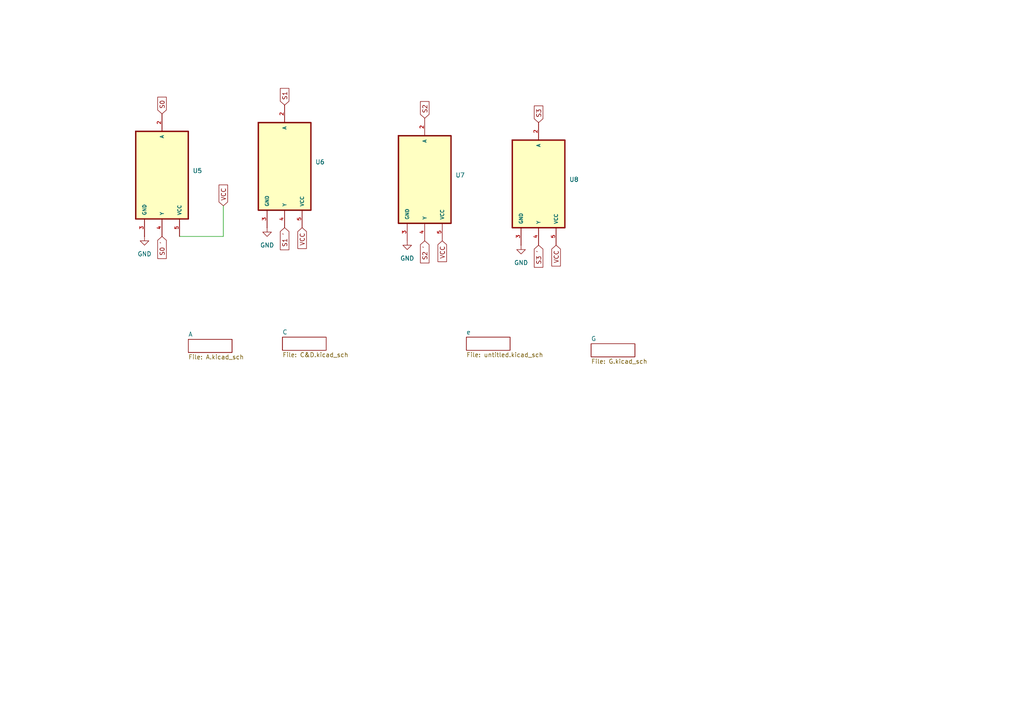
<source format=kicad_sch>
(kicad_sch
	(version 20231120)
	(generator "eeschema")
	(generator_version "8.0")
	(uuid "d725a53c-cf8a-4e67-b35b-03c6e3387030")
	(paper "A4")
	(lib_symbols
		(symbol "1 INPUT INVERTER:SN74LVC1G14DCKR"
			(pin_names
				(offset 1.016)
			)
			(exclude_from_sim no)
			(in_bom yes)
			(on_board yes)
			(property "Reference" "U"
				(at -12.7 8.62 0)
				(effects
					(font
						(size 1.27 1.27)
					)
					(justify left bottom)
				)
			)
			(property "Value" "SN74LVC1G14DCKR"
				(at -12.7 -11.62 0)
				(effects
					(font
						(size 1.27 1.27)
					)
					(justify left bottom)
				)
			)
			(property "Footprint" "SN74LVC1G14DCKR:SOT65P210X110-5N"
				(at 0 0 0)
				(effects
					(font
						(size 1.27 1.27)
					)
					(justify bottom)
					(hide yes)
				)
			)
			(property "Datasheet" ""
				(at 0 0 0)
				(effects
					(font
						(size 1.27 1.27)
					)
					(hide yes)
				)
			)
			(property "Description" ""
				(at 0 0 0)
				(effects
					(font
						(size 1.27 1.27)
					)
					(hide yes)
				)
			)
			(symbol "SN74LVC1G14DCKR_0_0"
				(rectangle
					(start -12.7 -7.62)
					(end 12.7 7.62)
					(stroke
						(width 0.41)
						(type default)
					)
					(fill
						(type background)
					)
				)
				(pin input line
					(at -17.78 0 0)
					(length 5.08)
					(name "A"
						(effects
							(font
								(size 1.016 1.016)
							)
						)
					)
					(number "2"
						(effects
							(font
								(size 1.016 1.016)
							)
						)
					)
				)
				(pin power_in line
					(at 17.78 -5.08 180)
					(length 5.08)
					(name "GND"
						(effects
							(font
								(size 1.016 1.016)
							)
						)
					)
					(number "3"
						(effects
							(font
								(size 1.016 1.016)
							)
						)
					)
				)
				(pin output line
					(at 17.78 0 180)
					(length 5.08)
					(name "Y"
						(effects
							(font
								(size 1.016 1.016)
							)
						)
					)
					(number "4"
						(effects
							(font
								(size 1.016 1.016)
							)
						)
					)
				)
				(pin power_in line
					(at 17.78 5.08 180)
					(length 5.08)
					(name "VCC"
						(effects
							(font
								(size 1.016 1.016)
							)
						)
					)
					(number "5"
						(effects
							(font
								(size 1.016 1.016)
							)
						)
					)
				)
			)
		)
		(symbol "power:GND"
			(power)
			(pin_numbers hide)
			(pin_names
				(offset 0) hide)
			(exclude_from_sim no)
			(in_bom yes)
			(on_board yes)
			(property "Reference" "#PWR"
				(at 0 -6.35 0)
				(effects
					(font
						(size 1.27 1.27)
					)
					(hide yes)
				)
			)
			(property "Value" "GND"
				(at 0 -3.81 0)
				(effects
					(font
						(size 1.27 1.27)
					)
				)
			)
			(property "Footprint" ""
				(at 0 0 0)
				(effects
					(font
						(size 1.27 1.27)
					)
					(hide yes)
				)
			)
			(property "Datasheet" ""
				(at 0 0 0)
				(effects
					(font
						(size 1.27 1.27)
					)
					(hide yes)
				)
			)
			(property "Description" "Power symbol creates a global label with name \"GND\" , ground"
				(at 0 0 0)
				(effects
					(font
						(size 1.27 1.27)
					)
					(hide yes)
				)
			)
			(property "ki_keywords" "global power"
				(at 0 0 0)
				(effects
					(font
						(size 1.27 1.27)
					)
					(hide yes)
				)
			)
			(symbol "GND_0_1"
				(polyline
					(pts
						(xy 0 0) (xy 0 -1.27) (xy 1.27 -1.27) (xy 0 -2.54) (xy -1.27 -1.27) (xy 0 -1.27)
					)
					(stroke
						(width 0)
						(type default)
					)
					(fill
						(type none)
					)
				)
			)
			(symbol "GND_1_1"
				(pin power_in line
					(at 0 0 270)
					(length 0)
					(name "~"
						(effects
							(font
								(size 1.27 1.27)
							)
						)
					)
					(number "1"
						(effects
							(font
								(size 1.27 1.27)
							)
						)
					)
				)
			)
		)
	)
	(wire
		(pts
			(xy 52.07 68.58) (xy 64.77 68.58)
		)
		(stroke
			(width 0)
			(type default)
		)
		(uuid "538d6f17-e075-4cd7-b93f-ce251862b33f")
	)
	(wire
		(pts
			(xy 64.77 59.69) (xy 64.77 68.58)
		)
		(stroke
			(width 0)
			(type default)
		)
		(uuid "de1cef40-963c-4398-9fa7-914dfd476832")
	)
	(global_label "S2"
		(shape input)
		(at 123.19 34.29 90)
		(fields_autoplaced yes)
		(effects
			(font
				(size 1.27 1.27)
			)
			(justify left)
		)
		(uuid "34598116-3a99-4c52-be41-589ed78956ed")
		(property "Intersheetrefs" "${INTERSHEET_REFS}"
			(at 123.19 28.8858 90)
			(effects
				(font
					(size 1.27 1.27)
				)
				(justify left)
				(hide yes)
			)
		)
	)
	(global_label "S2 '"
		(shape input)
		(at 123.19 69.85 270)
		(fields_autoplaced yes)
		(effects
			(font
				(size 1.27 1.27)
			)
			(justify right)
		)
		(uuid "57cf04e2-b109-4c2e-bb6b-707c983e9153")
		(property "Intersheetrefs" "${INTERSHEET_REFS}"
			(at 123.19 76.8266 90)
			(effects
				(font
					(size 1.27 1.27)
				)
				(justify right)
				(hide yes)
			)
		)
	)
	(global_label "VCC"
		(shape input)
		(at 161.29 71.12 270)
		(fields_autoplaced yes)
		(effects
			(font
				(size 1.27 1.27)
			)
			(justify right)
		)
		(uuid "5fc855d3-379d-4e31-8658-69bff4de694b")
		(property "Intersheetrefs" "${INTERSHEET_REFS}"
			(at 161.29 77.7338 90)
			(effects
				(font
					(size 1.27 1.27)
				)
				(justify right)
				(hide yes)
			)
		)
	)
	(global_label "S0"
		(shape input)
		(at 46.99 33.02 90)
		(fields_autoplaced yes)
		(effects
			(font
				(size 1.27 1.27)
			)
			(justify left)
		)
		(uuid "6f3592e0-8021-49aa-bf47-e197cab636ee")
		(property "Intersheetrefs" "${INTERSHEET_REFS}"
			(at 46.99 27.6158 90)
			(effects
				(font
					(size 1.27 1.27)
				)
				(justify left)
				(hide yes)
			)
		)
	)
	(global_label "VCC"
		(shape input)
		(at 87.63 66.04 270)
		(fields_autoplaced yes)
		(effects
			(font
				(size 1.27 1.27)
			)
			(justify right)
		)
		(uuid "8cf9eac6-e7f2-498e-903d-f0f8f14de2e6")
		(property "Intersheetrefs" "${INTERSHEET_REFS}"
			(at 87.63 72.6538 90)
			(effects
				(font
					(size 1.27 1.27)
				)
				(justify right)
				(hide yes)
			)
		)
	)
	(global_label "S1 '"
		(shape input)
		(at 82.55 66.04 270)
		(fields_autoplaced yes)
		(effects
			(font
				(size 1.27 1.27)
			)
			(justify right)
		)
		(uuid "929987ca-67f5-4500-a975-ff9f942c1278")
		(property "Intersheetrefs" "${INTERSHEET_REFS}"
			(at 82.55 73.0166 90)
			(effects
				(font
					(size 1.27 1.27)
				)
				(justify right)
				(hide yes)
			)
		)
	)
	(global_label "S0 '"
		(shape input)
		(at 46.99 68.58 270)
		(fields_autoplaced yes)
		(effects
			(font
				(size 1.27 1.27)
			)
			(justify right)
		)
		(uuid "a19705db-70fb-458f-8387-5957ef7501db")
		(property "Intersheetrefs" "${INTERSHEET_REFS}"
			(at 46.99 75.5566 90)
			(effects
				(font
					(size 1.27 1.27)
				)
				(justify right)
				(hide yes)
			)
		)
	)
	(global_label "S3"
		(shape input)
		(at 156.21 35.56 90)
		(fields_autoplaced yes)
		(effects
			(font
				(size 1.27 1.27)
			)
			(justify left)
		)
		(uuid "b879ea9a-c2ae-426d-bd67-9513dbfa0a8c")
		(property "Intersheetrefs" "${INTERSHEET_REFS}"
			(at 156.21 30.1558 90)
			(effects
				(font
					(size 1.27 1.27)
				)
				(justify left)
				(hide yes)
			)
		)
	)
	(global_label "S1"
		(shape input)
		(at 82.55 30.48 90)
		(fields_autoplaced yes)
		(effects
			(font
				(size 1.27 1.27)
			)
			(justify left)
		)
		(uuid "b967e04b-d1a9-4baa-a694-acad1a9334eb")
		(property "Intersheetrefs" "${INTERSHEET_REFS}"
			(at 82.55 25.0758 90)
			(effects
				(font
					(size 1.27 1.27)
				)
				(justify left)
				(hide yes)
			)
		)
	)
	(global_label "S3 '"
		(shape input)
		(at 156.21 71.12 270)
		(fields_autoplaced yes)
		(effects
			(font
				(size 1.27 1.27)
			)
			(justify right)
		)
		(uuid "c972ba38-afc1-42dc-ae4c-78dc646bcd8c")
		(property "Intersheetrefs" "${INTERSHEET_REFS}"
			(at 156.21 78.0966 90)
			(effects
				(font
					(size 1.27 1.27)
				)
				(justify right)
				(hide yes)
			)
		)
	)
	(global_label "VCC"
		(shape input)
		(at 128.27 69.85 270)
		(fields_autoplaced yes)
		(effects
			(font
				(size 1.27 1.27)
			)
			(justify right)
		)
		(uuid "f19493ce-c610-4692-97e9-6cd4da70320c")
		(property "Intersheetrefs" "${INTERSHEET_REFS}"
			(at 128.27 76.4638 90)
			(effects
				(font
					(size 1.27 1.27)
				)
				(justify right)
				(hide yes)
			)
		)
	)
	(global_label "VCC"
		(shape input)
		(at 64.77 59.69 90)
		(fields_autoplaced yes)
		(effects
			(font
				(size 1.27 1.27)
			)
			(justify left)
		)
		(uuid "f281ec85-e0fc-4ec8-a050-88e85576b0bc")
		(property "Intersheetrefs" "${INTERSHEET_REFS}"
			(at 64.77 53.0762 90)
			(effects
				(font
					(size 1.27 1.27)
				)
				(justify left)
				(hide yes)
			)
		)
	)
	(symbol
		(lib_id "1 INPUT INVERTER:SN74LVC1G14DCKR")
		(at 156.21 53.34 270)
		(unit 1)
		(exclude_from_sim no)
		(in_bom yes)
		(on_board yes)
		(dnp no)
		(fields_autoplaced yes)
		(uuid "011b661b-661d-4867-9ae9-24e41140c7bb")
		(property "Reference" "U8"
			(at 165.1 52.0699 90)
			(effects
				(font
					(size 1.27 1.27)
				)
				(justify left)
			)
		)
		(property "Value" "SN74LVC1G14DCKR"
			(at 165.1 54.6099 90)
			(effects
				(font
					(size 1.27 1.27)
				)
				(justify left)
				(hide yes)
			)
		)
		(property "Footprint" "LOGIC:1INPUT_NOTGATE"
			(at 156.21 53.34 0)
			(effects
				(font
					(size 1.27 1.27)
				)
				(justify bottom)
				(hide yes)
			)
		)
		(property "Datasheet" ""
			(at 156.21 53.34 0)
			(effects
				(font
					(size 1.27 1.27)
				)
				(hide yes)
			)
		)
		(property "Description" ""
			(at 156.21 53.34 0)
			(effects
				(font
					(size 1.27 1.27)
				)
				(hide yes)
			)
		)
		(pin "4"
			(uuid "1feec150-ab7f-435d-b824-5cedf1dde2fb")
		)
		(pin "5"
			(uuid "90c2b826-b445-4775-ac40-7ddf29d683d8")
		)
		(pin "2"
			(uuid "f23ffa65-40ef-4618-bcc4-07dc30932dd3")
		)
		(pin "3"
			(uuid "785a9f70-cd12-49e0-91bb-7e0ee033684b")
		)
		(instances
			(project "4 Bit - Seven Seg Interface"
				(path "/70a3617d-b021-4325-807b-315f214c30c6/4e9c5c47-d093-48d2-b1e1-f88fccd29d67"
					(reference "U8")
					(unit 1)
				)
			)
		)
	)
	(symbol
		(lib_id "1 INPUT INVERTER:SN74LVC1G14DCKR")
		(at 46.99 50.8 270)
		(unit 1)
		(exclude_from_sim no)
		(in_bom yes)
		(on_board yes)
		(dnp no)
		(fields_autoplaced yes)
		(uuid "2151a6c4-e7d5-4a48-a7dc-f92bccf2c979")
		(property "Reference" "U5"
			(at 55.88 49.5299 90)
			(effects
				(font
					(size 1.27 1.27)
				)
				(justify left)
			)
		)
		(property "Value" "SN74LVC1G14DCKR"
			(at 55.88 52.0699 90)
			(effects
				(font
					(size 1.27 1.27)
				)
				(justify left)
				(hide yes)
			)
		)
		(property "Footprint" "LOGIC:1INPUT_NOTGATE"
			(at 46.99 50.8 0)
			(effects
				(font
					(size 1.27 1.27)
				)
				(justify bottom)
				(hide yes)
			)
		)
		(property "Datasheet" ""
			(at 46.99 50.8 0)
			(effects
				(font
					(size 1.27 1.27)
				)
				(hide yes)
			)
		)
		(property "Description" ""
			(at 46.99 50.8 0)
			(effects
				(font
					(size 1.27 1.27)
				)
				(hide yes)
			)
		)
		(pin "4"
			(uuid "d01ca13d-9be0-4693-98d7-faf840c0438f")
		)
		(pin "5"
			(uuid "015496b0-96fa-4829-8022-b0c3db7a1350")
		)
		(pin "2"
			(uuid "3625d765-5a4f-428a-abf6-dad60e30467c")
		)
		(pin "3"
			(uuid "cbcde9f6-3c06-4dc1-8796-a01bc0d88370")
		)
		(instances
			(project "4 Bit - Seven Seg Interface"
				(path "/70a3617d-b021-4325-807b-315f214c30c6/4e9c5c47-d093-48d2-b1e1-f88fccd29d67"
					(reference "U5")
					(unit 1)
				)
			)
		)
	)
	(symbol
		(lib_id "power:GND")
		(at 77.47 66.04 0)
		(unit 1)
		(exclude_from_sim no)
		(in_bom yes)
		(on_board yes)
		(dnp no)
		(fields_autoplaced yes)
		(uuid "4ba2257f-291e-471c-b5fa-14e0c2d20225")
		(property "Reference" "#PWR041"
			(at 77.47 72.39 0)
			(effects
				(font
					(size 1.27 1.27)
				)
				(hide yes)
			)
		)
		(property "Value" "GND"
			(at 77.47 71.12 0)
			(effects
				(font
					(size 1.27 1.27)
				)
			)
		)
		(property "Footprint" ""
			(at 77.47 66.04 0)
			(effects
				(font
					(size 1.27 1.27)
				)
				(hide yes)
			)
		)
		(property "Datasheet" ""
			(at 77.47 66.04 0)
			(effects
				(font
					(size 1.27 1.27)
				)
				(hide yes)
			)
		)
		(property "Description" "Power symbol creates a global label with name \"GND\" , ground"
			(at 77.47 66.04 0)
			(effects
				(font
					(size 1.27 1.27)
				)
				(hide yes)
			)
		)
		(pin "1"
			(uuid "01d2963b-b27b-41e6-8a4e-d31a6fe4c68b")
		)
		(instances
			(project "4 Bit - Seven Seg Interface"
				(path "/70a3617d-b021-4325-807b-315f214c30c6/4e9c5c47-d093-48d2-b1e1-f88fccd29d67"
					(reference "#PWR041")
					(unit 1)
				)
			)
		)
	)
	(symbol
		(lib_id "1 INPUT INVERTER:SN74LVC1G14DCKR")
		(at 82.55 48.26 270)
		(unit 1)
		(exclude_from_sim no)
		(in_bom yes)
		(on_board yes)
		(dnp no)
		(fields_autoplaced yes)
		(uuid "6d08a2ff-0e86-4df0-8f3d-90b1291dc4f3")
		(property "Reference" "U6"
			(at 91.44 46.9899 90)
			(effects
				(font
					(size 1.27 1.27)
				)
				(justify left)
			)
		)
		(property "Value" "SN74LVC1G14DCKR"
			(at 91.44 49.5299 90)
			(effects
				(font
					(size 1.27 1.27)
				)
				(justify left)
				(hide yes)
			)
		)
		(property "Footprint" "LOGIC:1INPUT_NOTGATE"
			(at 82.55 48.26 0)
			(effects
				(font
					(size 1.27 1.27)
				)
				(justify bottom)
				(hide yes)
			)
		)
		(property "Datasheet" ""
			(at 82.55 48.26 0)
			(effects
				(font
					(size 1.27 1.27)
				)
				(hide yes)
			)
		)
		(property "Description" ""
			(at 82.55 48.26 0)
			(effects
				(font
					(size 1.27 1.27)
				)
				(hide yes)
			)
		)
		(pin "4"
			(uuid "3d8e56c6-e444-4cd1-8247-a9234d0e5499")
		)
		(pin "5"
			(uuid "734d4701-5aba-4b8f-a3fb-d71e0c60c725")
		)
		(pin "2"
			(uuid "5eeeb5c5-5810-4fdf-b2c3-f3a2ad099703")
		)
		(pin "3"
			(uuid "77575614-ed71-4bcc-a768-23d93305b6cb")
		)
		(instances
			(project "4 Bit - Seven Seg Interface"
				(path "/70a3617d-b021-4325-807b-315f214c30c6/4e9c5c47-d093-48d2-b1e1-f88fccd29d67"
					(reference "U6")
					(unit 1)
				)
			)
		)
	)
	(symbol
		(lib_id "1 INPUT INVERTER:SN74LVC1G14DCKR")
		(at 123.19 52.07 270)
		(unit 1)
		(exclude_from_sim no)
		(in_bom yes)
		(on_board yes)
		(dnp no)
		(fields_autoplaced yes)
		(uuid "9f65be08-a9a0-498e-8c01-deed707ec08d")
		(property "Reference" "U7"
			(at 132.08 50.7999 90)
			(effects
				(font
					(size 1.27 1.27)
				)
				(justify left)
			)
		)
		(property "Value" "SN74LVC1G14DCKR"
			(at 132.08 53.3399 90)
			(effects
				(font
					(size 1.27 1.27)
				)
				(justify left)
				(hide yes)
			)
		)
		(property "Footprint" "LOGIC:1INPUT_NOTGATE"
			(at 123.19 52.07 0)
			(effects
				(font
					(size 1.27 1.27)
				)
				(justify bottom)
				(hide yes)
			)
		)
		(property "Datasheet" ""
			(at 123.19 52.07 0)
			(effects
				(font
					(size 1.27 1.27)
				)
				(hide yes)
			)
		)
		(property "Description" ""
			(at 123.19 52.07 0)
			(effects
				(font
					(size 1.27 1.27)
				)
				(hide yes)
			)
		)
		(pin "4"
			(uuid "ad2ce17b-3324-4f7a-8e01-d1d43621fd09")
		)
		(pin "5"
			(uuid "11bac583-12ed-4e20-815a-b068858653c2")
		)
		(pin "2"
			(uuid "21e3d7c3-4cbc-4a4a-89b9-b67e014caeea")
		)
		(pin "3"
			(uuid "e15bd742-298b-4c50-b3ed-7e9c065cbf42")
		)
		(instances
			(project "4 Bit - Seven Seg Interface"
				(path "/70a3617d-b021-4325-807b-315f214c30c6/4e9c5c47-d093-48d2-b1e1-f88fccd29d67"
					(reference "U7")
					(unit 1)
				)
			)
		)
	)
	(symbol
		(lib_id "power:GND")
		(at 151.13 71.12 0)
		(unit 1)
		(exclude_from_sim no)
		(in_bom yes)
		(on_board yes)
		(dnp no)
		(fields_autoplaced yes)
		(uuid "c76d3d3f-a6a2-4dd0-a3f2-91710b2dcb8d")
		(property "Reference" "#PWR043"
			(at 151.13 77.47 0)
			(effects
				(font
					(size 1.27 1.27)
				)
				(hide yes)
			)
		)
		(property "Value" "GND"
			(at 151.13 76.2 0)
			(effects
				(font
					(size 1.27 1.27)
				)
			)
		)
		(property "Footprint" ""
			(at 151.13 71.12 0)
			(effects
				(font
					(size 1.27 1.27)
				)
				(hide yes)
			)
		)
		(property "Datasheet" ""
			(at 151.13 71.12 0)
			(effects
				(font
					(size 1.27 1.27)
				)
				(hide yes)
			)
		)
		(property "Description" "Power symbol creates a global label with name \"GND\" , ground"
			(at 151.13 71.12 0)
			(effects
				(font
					(size 1.27 1.27)
				)
				(hide yes)
			)
		)
		(pin "1"
			(uuid "dfada136-007e-43ad-a8b0-552086e764d1")
		)
		(instances
			(project "4 Bit - Seven Seg Interface"
				(path "/70a3617d-b021-4325-807b-315f214c30c6/4e9c5c47-d093-48d2-b1e1-f88fccd29d67"
					(reference "#PWR043")
					(unit 1)
				)
			)
		)
	)
	(symbol
		(lib_id "power:GND")
		(at 41.91 68.58 0)
		(unit 1)
		(exclude_from_sim no)
		(in_bom yes)
		(on_board yes)
		(dnp no)
		(fields_autoplaced yes)
		(uuid "e4827b32-9023-4485-ace3-69c04ffb5b70")
		(property "Reference" "#PWR044"
			(at 41.91 74.93 0)
			(effects
				(font
					(size 1.27 1.27)
				)
				(hide yes)
			)
		)
		(property "Value" "GND"
			(at 41.91 73.66 0)
			(effects
				(font
					(size 1.27 1.27)
				)
			)
		)
		(property "Footprint" ""
			(at 41.91 68.58 0)
			(effects
				(font
					(size 1.27 1.27)
				)
				(hide yes)
			)
		)
		(property "Datasheet" ""
			(at 41.91 68.58 0)
			(effects
				(font
					(size 1.27 1.27)
				)
				(hide yes)
			)
		)
		(property "Description" "Power symbol creates a global label with name \"GND\" , ground"
			(at 41.91 68.58 0)
			(effects
				(font
					(size 1.27 1.27)
				)
				(hide yes)
			)
		)
		(pin "1"
			(uuid "3619033b-a8eb-473d-87e6-f09454319906")
		)
		(instances
			(project "4 Bit - Seven Seg Interface"
				(path "/70a3617d-b021-4325-807b-315f214c30c6/4e9c5c47-d093-48d2-b1e1-f88fccd29d67"
					(reference "#PWR044")
					(unit 1)
				)
			)
		)
	)
	(symbol
		(lib_id "power:GND")
		(at 118.11 69.85 0)
		(unit 1)
		(exclude_from_sim no)
		(in_bom yes)
		(on_board yes)
		(dnp no)
		(fields_autoplaced yes)
		(uuid "fd78fef8-0b43-4c49-9be4-dc0f10a7733f")
		(property "Reference" "#PWR042"
			(at 118.11 76.2 0)
			(effects
				(font
					(size 1.27 1.27)
				)
				(hide yes)
			)
		)
		(property "Value" "GND"
			(at 118.11 74.93 0)
			(effects
				(font
					(size 1.27 1.27)
				)
			)
		)
		(property "Footprint" ""
			(at 118.11 69.85 0)
			(effects
				(font
					(size 1.27 1.27)
				)
				(hide yes)
			)
		)
		(property "Datasheet" ""
			(at 118.11 69.85 0)
			(effects
				(font
					(size 1.27 1.27)
				)
				(hide yes)
			)
		)
		(property "Description" "Power symbol creates a global label with name \"GND\" , ground"
			(at 118.11 69.85 0)
			(effects
				(font
					(size 1.27 1.27)
				)
				(hide yes)
			)
		)
		(pin "1"
			(uuid "fbc73284-92da-47e0-b9ba-97c1eccfee50")
		)
		(instances
			(project "4 Bit - Seven Seg Interface"
				(path "/70a3617d-b021-4325-807b-315f214c30c6/4e9c5c47-d093-48d2-b1e1-f88fccd29d67"
					(reference "#PWR042")
					(unit 1)
				)
			)
		)
	)
	(sheet
		(at 81.915 97.79)
		(size 12.7 3.81)
		(fields_autoplaced yes)
		(stroke
			(width 0.1524)
			(type solid)
		)
		(fill
			(color 0 0 0 0.0000)
		)
		(uuid "017498f7-204a-4187-ba65-103ee524f401")
		(property "Sheetname" "C"
			(at 81.915 97.0784 0)
			(effects
				(font
					(size 1.27 1.27)
				)
				(justify left bottom)
			)
		)
		(property "Sheetfile" "C&D.kicad_sch"
			(at 81.915 102.1846 0)
			(effects
				(font
					(size 1.27 1.27)
				)
				(justify left top)
			)
		)
		(instances
			(project "4 Bit - Seven Seg Interface"
				(path "/70a3617d-b021-4325-807b-315f214c30c6/4e9c5c47-d093-48d2-b1e1-f88fccd29d67"
					(page "8")
				)
			)
		)
	)
	(sheet
		(at 171.45 99.695)
		(size 12.7 3.81)
		(fields_autoplaced yes)
		(stroke
			(width 0.1524)
			(type solid)
		)
		(fill
			(color 0 0 0 0.0000)
		)
		(uuid "85a8d2cd-0473-4ff8-bf9f-703b083748e3")
		(property "Sheetname" "G"
			(at 171.45 98.9834 0)
			(effects
				(font
					(size 1.27 1.27)
				)
				(justify left bottom)
			)
		)
		(property "Sheetfile" "G.kicad_sch"
			(at 171.45 104.0896 0)
			(effects
				(font
					(size 1.27 1.27)
				)
				(justify left top)
			)
		)
		(instances
			(project "4 Bit - Seven Seg Interface"
				(path "/70a3617d-b021-4325-807b-315f214c30c6/4e9c5c47-d093-48d2-b1e1-f88fccd29d67"
					(page "10")
				)
			)
		)
	)
	(sheet
		(at 54.61 98.425)
		(size 12.7 3.81)
		(fields_autoplaced yes)
		(stroke
			(width 0.1524)
			(type solid)
		)
		(fill
			(color 0 0 0 0.0000)
		)
		(uuid "9fa58092-2f4a-48f7-a14a-91aefc5701eb")
		(property "Sheetname" "A"
			(at 54.61 97.7134 0)
			(effects
				(font
					(size 1.27 1.27)
				)
				(justify left bottom)
			)
		)
		(property "Sheetfile" "A.kicad_sch"
			(at 54.61 102.8196 0)
			(effects
				(font
					(size 1.27 1.27)
				)
				(justify left top)
			)
		)
		(instances
			(project "4 Bit - Seven Seg Interface"
				(path "/70a3617d-b021-4325-807b-315f214c30c6/4e9c5c47-d093-48d2-b1e1-f88fccd29d67"
					(page "7")
				)
			)
		)
	)
	(sheet
		(at 135.255 97.79)
		(size 12.7 3.81)
		(fields_autoplaced yes)
		(stroke
			(width 0.1524)
			(type solid)
		)
		(fill
			(color 0 0 0 0.0000)
		)
		(uuid "b0cc6fd7-9e28-4511-b04d-2ef69ee4b103")
		(property "Sheetname" "e"
			(at 135.255 97.0784 0)
			(effects
				(font
					(size 1.27 1.27)
				)
				(justify left bottom)
			)
		)
		(property "Sheetfile" "untitled.kicad_sch"
			(at 135.255 102.1846 0)
			(effects
				(font
					(size 1.27 1.27)
				)
				(justify left top)
			)
		)
		(instances
			(project "4 Bit - Seven Seg Interface"
				(path "/70a3617d-b021-4325-807b-315f214c30c6/4e9c5c47-d093-48d2-b1e1-f88fccd29d67"
					(page "9")
				)
			)
		)
	)
)

</source>
